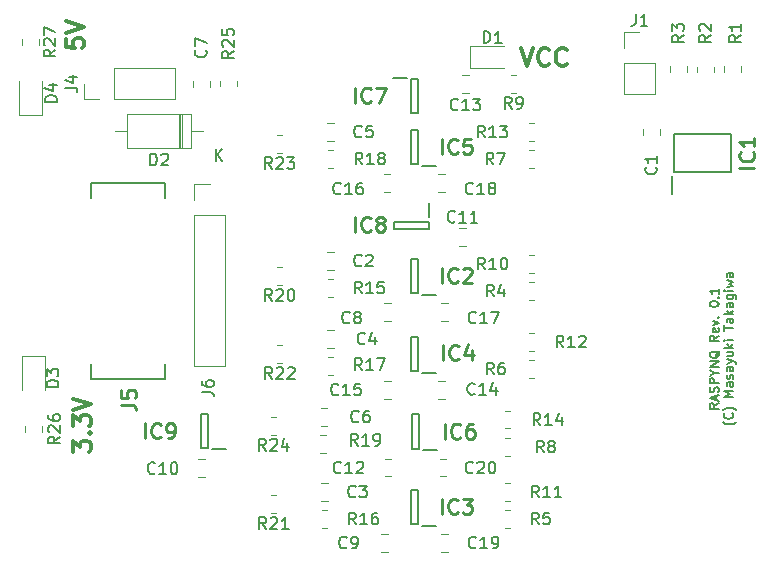
<source format=gto>
G04 #@! TF.GenerationSoftware,KiCad,Pcbnew,(6.0.1)*
G04 #@! TF.CreationDate,2022-02-21T00:55:15+09:00*
G04 #@! TF.ProjectId,KiCAD_jtag,4b694341-445f-46a7-9461-672e6b696361,rev?*
G04 #@! TF.SameCoordinates,Original*
G04 #@! TF.FileFunction,Legend,Top*
G04 #@! TF.FilePolarity,Positive*
%FSLAX46Y46*%
G04 Gerber Fmt 4.6, Leading zero omitted, Abs format (unit mm)*
G04 Created by KiCad (PCBNEW (6.0.1)) date 2022-02-21 00:55:15*
%MOMM*%
%LPD*%
G01*
G04 APERTURE LIST*
%ADD10C,0.152400*%
%ADD11C,0.300000*%
%ADD12C,0.150000*%
%ADD13C,0.254000*%
%ADD14C,0.120000*%
%ADD15C,0.200000*%
G04 APERTURE END LIST*
D10*
X260792904Y-135627228D02*
X260430047Y-135881228D01*
X260792904Y-136062657D02*
X260030904Y-136062657D01*
X260030904Y-135772371D01*
X260067190Y-135699800D01*
X260103475Y-135663514D01*
X260176047Y-135627228D01*
X260284904Y-135627228D01*
X260357475Y-135663514D01*
X260393761Y-135699800D01*
X260430047Y-135772371D01*
X260430047Y-136062657D01*
X260575190Y-135336942D02*
X260575190Y-134974085D01*
X260792904Y-135409514D02*
X260030904Y-135155514D01*
X260792904Y-134901514D01*
X260756618Y-134683800D02*
X260792904Y-134574942D01*
X260792904Y-134393514D01*
X260756618Y-134320942D01*
X260720332Y-134284657D01*
X260647761Y-134248371D01*
X260575190Y-134248371D01*
X260502618Y-134284657D01*
X260466332Y-134320942D01*
X260430047Y-134393514D01*
X260393761Y-134538657D01*
X260357475Y-134611228D01*
X260321190Y-134647514D01*
X260248618Y-134683800D01*
X260176047Y-134683800D01*
X260103475Y-134647514D01*
X260067190Y-134611228D01*
X260030904Y-134538657D01*
X260030904Y-134357228D01*
X260067190Y-134248371D01*
X260792904Y-133921800D02*
X260030904Y-133921800D01*
X260030904Y-133631514D01*
X260067190Y-133558942D01*
X260103475Y-133522657D01*
X260176047Y-133486371D01*
X260284904Y-133486371D01*
X260357475Y-133522657D01*
X260393761Y-133558942D01*
X260430047Y-133631514D01*
X260430047Y-133921800D01*
X260430047Y-133014657D02*
X260792904Y-133014657D01*
X260030904Y-133268657D02*
X260430047Y-133014657D01*
X260030904Y-132760657D01*
X260792904Y-132506657D02*
X260030904Y-132506657D01*
X260792904Y-132071228D01*
X260030904Y-132071228D01*
X260865475Y-131200371D02*
X260829190Y-131272942D01*
X260756618Y-131345514D01*
X260647761Y-131454371D01*
X260611475Y-131526942D01*
X260611475Y-131599514D01*
X260792904Y-131563228D02*
X260756618Y-131635800D01*
X260684047Y-131708371D01*
X260538904Y-131744657D01*
X260284904Y-131744657D01*
X260139761Y-131708371D01*
X260067190Y-131635800D01*
X260030904Y-131563228D01*
X260030904Y-131418085D01*
X260067190Y-131345514D01*
X260139761Y-131272942D01*
X260284904Y-131236657D01*
X260538904Y-131236657D01*
X260684047Y-131272942D01*
X260756618Y-131345514D01*
X260792904Y-131418085D01*
X260792904Y-131563228D01*
X260792904Y-129894085D02*
X260430047Y-130148085D01*
X260792904Y-130329514D02*
X260030904Y-130329514D01*
X260030904Y-130039228D01*
X260067190Y-129966657D01*
X260103475Y-129930371D01*
X260176047Y-129894085D01*
X260284904Y-129894085D01*
X260357475Y-129930371D01*
X260393761Y-129966657D01*
X260430047Y-130039228D01*
X260430047Y-130329514D01*
X260756618Y-129277228D02*
X260792904Y-129349800D01*
X260792904Y-129494942D01*
X260756618Y-129567514D01*
X260684047Y-129603800D01*
X260393761Y-129603800D01*
X260321190Y-129567514D01*
X260284904Y-129494942D01*
X260284904Y-129349800D01*
X260321190Y-129277228D01*
X260393761Y-129240942D01*
X260466332Y-129240942D01*
X260538904Y-129603800D01*
X260284904Y-128986942D02*
X260792904Y-128805514D01*
X260284904Y-128624085D01*
X260720332Y-128333800D02*
X260756618Y-128297514D01*
X260792904Y-128333800D01*
X260756618Y-128370085D01*
X260720332Y-128333800D01*
X260792904Y-128333800D01*
X260030904Y-127245228D02*
X260030904Y-127172657D01*
X260067190Y-127100085D01*
X260103475Y-127063800D01*
X260176047Y-127027514D01*
X260321190Y-126991228D01*
X260502618Y-126991228D01*
X260647761Y-127027514D01*
X260720332Y-127063800D01*
X260756618Y-127100085D01*
X260792904Y-127172657D01*
X260792904Y-127245228D01*
X260756618Y-127317800D01*
X260720332Y-127354085D01*
X260647761Y-127390371D01*
X260502618Y-127426657D01*
X260321190Y-127426657D01*
X260176047Y-127390371D01*
X260103475Y-127354085D01*
X260067190Y-127317800D01*
X260030904Y-127245228D01*
X260720332Y-126664657D02*
X260756618Y-126628371D01*
X260792904Y-126664657D01*
X260756618Y-126700942D01*
X260720332Y-126664657D01*
X260792904Y-126664657D01*
X260792904Y-125902657D02*
X260792904Y-126338085D01*
X260792904Y-126120371D02*
X260030904Y-126120371D01*
X260139761Y-126192942D01*
X260212332Y-126265514D01*
X260248618Y-126338085D01*
X262310010Y-137187514D02*
X262273724Y-137223800D01*
X262164867Y-137296371D01*
X262092295Y-137332657D01*
X261983438Y-137368942D01*
X261802010Y-137405228D01*
X261656867Y-137405228D01*
X261475438Y-137368942D01*
X261366581Y-137332657D01*
X261294010Y-137296371D01*
X261185152Y-137223800D01*
X261148867Y-137187514D01*
X261947152Y-136461800D02*
X261983438Y-136498085D01*
X262019724Y-136606942D01*
X262019724Y-136679514D01*
X261983438Y-136788371D01*
X261910867Y-136860942D01*
X261838295Y-136897228D01*
X261693152Y-136933514D01*
X261584295Y-136933514D01*
X261439152Y-136897228D01*
X261366581Y-136860942D01*
X261294010Y-136788371D01*
X261257724Y-136679514D01*
X261257724Y-136606942D01*
X261294010Y-136498085D01*
X261330295Y-136461800D01*
X262310010Y-136207800D02*
X262273724Y-136171514D01*
X262164867Y-136098942D01*
X262092295Y-136062657D01*
X261983438Y-136026371D01*
X261802010Y-135990085D01*
X261656867Y-135990085D01*
X261475438Y-136026371D01*
X261366581Y-136062657D01*
X261294010Y-136098942D01*
X261185152Y-136171514D01*
X261148867Y-136207800D01*
X262019724Y-135046657D02*
X261257724Y-135046657D01*
X261802010Y-134792657D01*
X261257724Y-134538657D01*
X262019724Y-134538657D01*
X262019724Y-133849228D02*
X261620581Y-133849228D01*
X261548010Y-133885514D01*
X261511724Y-133958085D01*
X261511724Y-134103228D01*
X261548010Y-134175800D01*
X261983438Y-133849228D02*
X262019724Y-133921800D01*
X262019724Y-134103228D01*
X261983438Y-134175800D01*
X261910867Y-134212085D01*
X261838295Y-134212085D01*
X261765724Y-134175800D01*
X261729438Y-134103228D01*
X261729438Y-133921800D01*
X261693152Y-133849228D01*
X261983438Y-133522657D02*
X262019724Y-133450085D01*
X262019724Y-133304942D01*
X261983438Y-133232371D01*
X261910867Y-133196085D01*
X261874581Y-133196085D01*
X261802010Y-133232371D01*
X261765724Y-133304942D01*
X261765724Y-133413800D01*
X261729438Y-133486371D01*
X261656867Y-133522657D01*
X261620581Y-133522657D01*
X261548010Y-133486371D01*
X261511724Y-133413800D01*
X261511724Y-133304942D01*
X261548010Y-133232371D01*
X262019724Y-132542942D02*
X261620581Y-132542942D01*
X261548010Y-132579228D01*
X261511724Y-132651800D01*
X261511724Y-132796942D01*
X261548010Y-132869514D01*
X261983438Y-132542942D02*
X262019724Y-132615514D01*
X262019724Y-132796942D01*
X261983438Y-132869514D01*
X261910867Y-132905800D01*
X261838295Y-132905800D01*
X261765724Y-132869514D01*
X261729438Y-132796942D01*
X261729438Y-132615514D01*
X261693152Y-132542942D01*
X261511724Y-132252657D02*
X262019724Y-132071228D01*
X261511724Y-131889800D02*
X262019724Y-132071228D01*
X262201152Y-132143800D01*
X262237438Y-132180085D01*
X262273724Y-132252657D01*
X261511724Y-131272942D02*
X262019724Y-131272942D01*
X261511724Y-131599514D02*
X261910867Y-131599514D01*
X261983438Y-131563228D01*
X262019724Y-131490657D01*
X262019724Y-131381800D01*
X261983438Y-131309228D01*
X261947152Y-131272942D01*
X262019724Y-130910085D02*
X261257724Y-130910085D01*
X261729438Y-130837514D02*
X262019724Y-130619800D01*
X261511724Y-130619800D02*
X261802010Y-130910085D01*
X262019724Y-130293228D02*
X261511724Y-130293228D01*
X261257724Y-130293228D02*
X261294010Y-130329514D01*
X261330295Y-130293228D01*
X261294010Y-130256942D01*
X261257724Y-130293228D01*
X261330295Y-130293228D01*
X261257724Y-129458657D02*
X261257724Y-129023228D01*
X262019724Y-129240942D02*
X261257724Y-129240942D01*
X262019724Y-128442657D02*
X261620581Y-128442657D01*
X261548010Y-128478942D01*
X261511724Y-128551514D01*
X261511724Y-128696657D01*
X261548010Y-128769228D01*
X261983438Y-128442657D02*
X262019724Y-128515228D01*
X262019724Y-128696657D01*
X261983438Y-128769228D01*
X261910867Y-128805514D01*
X261838295Y-128805514D01*
X261765724Y-128769228D01*
X261729438Y-128696657D01*
X261729438Y-128515228D01*
X261693152Y-128442657D01*
X262019724Y-128079800D02*
X261257724Y-128079800D01*
X261729438Y-128007228D02*
X262019724Y-127789514D01*
X261511724Y-127789514D02*
X261802010Y-128079800D01*
X262019724Y-127136371D02*
X261620581Y-127136371D01*
X261548010Y-127172657D01*
X261511724Y-127245228D01*
X261511724Y-127390371D01*
X261548010Y-127462942D01*
X261983438Y-127136371D02*
X262019724Y-127208942D01*
X262019724Y-127390371D01*
X261983438Y-127462942D01*
X261910867Y-127499228D01*
X261838295Y-127499228D01*
X261765724Y-127462942D01*
X261729438Y-127390371D01*
X261729438Y-127208942D01*
X261693152Y-127136371D01*
X261511724Y-126446942D02*
X262128581Y-126446942D01*
X262201152Y-126483228D01*
X262237438Y-126519514D01*
X262273724Y-126592085D01*
X262273724Y-126700942D01*
X262237438Y-126773514D01*
X261983438Y-126446942D02*
X262019724Y-126519514D01*
X262019724Y-126664657D01*
X261983438Y-126737228D01*
X261947152Y-126773514D01*
X261874581Y-126809800D01*
X261656867Y-126809800D01*
X261584295Y-126773514D01*
X261548010Y-126737228D01*
X261511724Y-126664657D01*
X261511724Y-126519514D01*
X261548010Y-126446942D01*
X262019724Y-126084085D02*
X261511724Y-126084085D01*
X261257724Y-126084085D02*
X261294010Y-126120371D01*
X261330295Y-126084085D01*
X261294010Y-126047800D01*
X261257724Y-126084085D01*
X261330295Y-126084085D01*
X261511724Y-125793800D02*
X262019724Y-125648657D01*
X261656867Y-125503514D01*
X262019724Y-125358371D01*
X261511724Y-125213228D01*
X262019724Y-124596371D02*
X261620581Y-124596371D01*
X261548010Y-124632657D01*
X261511724Y-124705228D01*
X261511724Y-124850371D01*
X261548010Y-124922942D01*
X261983438Y-124596371D02*
X262019724Y-124668942D01*
X262019724Y-124850371D01*
X261983438Y-124922942D01*
X261910867Y-124959228D01*
X261838295Y-124959228D01*
X261765724Y-124922942D01*
X261729438Y-124850371D01*
X261729438Y-124668942D01*
X261693152Y-124596371D01*
D11*
X244075600Y-105541371D02*
X244575600Y-107041371D01*
X245075600Y-105541371D01*
X246432742Y-106898514D02*
X246361314Y-106969942D01*
X246147028Y-107041371D01*
X246004171Y-107041371D01*
X245789885Y-106969942D01*
X245647028Y-106827085D01*
X245575600Y-106684228D01*
X245504171Y-106398514D01*
X245504171Y-106184228D01*
X245575600Y-105898514D01*
X245647028Y-105755657D01*
X245789885Y-105612800D01*
X246004171Y-105541371D01*
X246147028Y-105541371D01*
X246361314Y-105612800D01*
X246432742Y-105684228D01*
X247932742Y-106898514D02*
X247861314Y-106969942D01*
X247647028Y-107041371D01*
X247504171Y-107041371D01*
X247289885Y-106969942D01*
X247147028Y-106827085D01*
X247075600Y-106684228D01*
X247004171Y-106398514D01*
X247004171Y-106184228D01*
X247075600Y-105898514D01*
X247147028Y-105755657D01*
X247289885Y-105612800D01*
X247504171Y-105541371D01*
X247647028Y-105541371D01*
X247861314Y-105612800D01*
X247932742Y-105684228D01*
X205579371Y-104768914D02*
X205579371Y-105483200D01*
X206293657Y-105554628D01*
X206222228Y-105483200D01*
X206150800Y-105340342D01*
X206150800Y-104983200D01*
X206222228Y-104840342D01*
X206293657Y-104768914D01*
X206436514Y-104697485D01*
X206793657Y-104697485D01*
X206936514Y-104768914D01*
X207007942Y-104840342D01*
X207079371Y-104983200D01*
X207079371Y-105340342D01*
X207007942Y-105483200D01*
X206936514Y-105554628D01*
X205579371Y-104268914D02*
X207079371Y-103768914D01*
X205579371Y-103268914D01*
X206138171Y-139717485D02*
X206138171Y-138788914D01*
X206709600Y-139288914D01*
X206709600Y-139074628D01*
X206781028Y-138931771D01*
X206852457Y-138860342D01*
X206995314Y-138788914D01*
X207352457Y-138788914D01*
X207495314Y-138860342D01*
X207566742Y-138931771D01*
X207638171Y-139074628D01*
X207638171Y-139503200D01*
X207566742Y-139646057D01*
X207495314Y-139717485D01*
X207495314Y-138146057D02*
X207566742Y-138074628D01*
X207638171Y-138146057D01*
X207566742Y-138217485D01*
X207495314Y-138146057D01*
X207638171Y-138146057D01*
X206138171Y-137574628D02*
X206138171Y-136646057D01*
X206709600Y-137146057D01*
X206709600Y-136931771D01*
X206781028Y-136788914D01*
X206852457Y-136717485D01*
X206995314Y-136646057D01*
X207352457Y-136646057D01*
X207495314Y-136717485D01*
X207566742Y-136788914D01*
X207638171Y-136931771D01*
X207638171Y-137360342D01*
X207566742Y-137503200D01*
X207495314Y-137574628D01*
X206138171Y-136217485D02*
X207638171Y-135717485D01*
X206138171Y-135217485D01*
D12*
X245553333Y-145880380D02*
X245220000Y-145404190D01*
X244981904Y-145880380D02*
X244981904Y-144880380D01*
X245362857Y-144880380D01*
X245458095Y-144928000D01*
X245505714Y-144975619D01*
X245553333Y-145070857D01*
X245553333Y-145213714D01*
X245505714Y-145308952D01*
X245458095Y-145356571D01*
X245362857Y-145404190D01*
X244981904Y-145404190D01*
X246458095Y-144880380D02*
X245981904Y-144880380D01*
X245934285Y-145356571D01*
X245981904Y-145308952D01*
X246077142Y-145261333D01*
X246315238Y-145261333D01*
X246410476Y-145308952D01*
X246458095Y-145356571D01*
X246505714Y-145451809D01*
X246505714Y-145689904D01*
X246458095Y-145785142D01*
X246410476Y-145832761D01*
X246315238Y-145880380D01*
X246077142Y-145880380D01*
X245981904Y-145832761D01*
X245934285Y-145785142D01*
X262682380Y-104446666D02*
X262206190Y-104780000D01*
X262682380Y-105018095D02*
X261682380Y-105018095D01*
X261682380Y-104637142D01*
X261730000Y-104541904D01*
X261777619Y-104494285D01*
X261872857Y-104446666D01*
X262015714Y-104446666D01*
X262110952Y-104494285D01*
X262158571Y-104541904D01*
X262206190Y-104637142D01*
X262206190Y-105018095D01*
X262682380Y-103494285D02*
X262682380Y-104065714D01*
X262682380Y-103780000D02*
X261682380Y-103780000D01*
X261825238Y-103875238D01*
X261920476Y-103970476D01*
X261968095Y-104065714D01*
X205024380Y-138450857D02*
X204548190Y-138784190D01*
X205024380Y-139022285D02*
X204024380Y-139022285D01*
X204024380Y-138641333D01*
X204072000Y-138546095D01*
X204119619Y-138498476D01*
X204214857Y-138450857D01*
X204357714Y-138450857D01*
X204452952Y-138498476D01*
X204500571Y-138546095D01*
X204548190Y-138641333D01*
X204548190Y-139022285D01*
X204119619Y-138069904D02*
X204072000Y-138022285D01*
X204024380Y-137927047D01*
X204024380Y-137688952D01*
X204072000Y-137593714D01*
X204119619Y-137546095D01*
X204214857Y-137498476D01*
X204310095Y-137498476D01*
X204452952Y-137546095D01*
X205024380Y-138117523D01*
X205024380Y-137498476D01*
X204024380Y-136641333D02*
X204024380Y-136831809D01*
X204072000Y-136927047D01*
X204119619Y-136974666D01*
X204262476Y-137069904D01*
X204452952Y-137117523D01*
X204833904Y-137117523D01*
X204929142Y-137069904D01*
X204976761Y-137022285D01*
X205024380Y-136927047D01*
X205024380Y-136736571D01*
X204976761Y-136641333D01*
X204929142Y-136593714D01*
X204833904Y-136546095D01*
X204595809Y-136546095D01*
X204500571Y-136593714D01*
X204452952Y-136641333D01*
X204405333Y-136736571D01*
X204405333Y-136927047D01*
X204452952Y-137022285D01*
X204500571Y-137069904D01*
X204595809Y-137117523D01*
X245985133Y-139784380D02*
X245651800Y-139308190D01*
X245413704Y-139784380D02*
X245413704Y-138784380D01*
X245794657Y-138784380D01*
X245889895Y-138832000D01*
X245937514Y-138879619D01*
X245985133Y-138974857D01*
X245985133Y-139117714D01*
X245937514Y-139212952D01*
X245889895Y-139260571D01*
X245794657Y-139308190D01*
X245413704Y-139308190D01*
X246556561Y-139212952D02*
X246461323Y-139165333D01*
X246413704Y-139117714D01*
X246366085Y-139022476D01*
X246366085Y-138974857D01*
X246413704Y-138879619D01*
X246461323Y-138832000D01*
X246556561Y-138784380D01*
X246747038Y-138784380D01*
X246842276Y-138832000D01*
X246889895Y-138879619D01*
X246937514Y-138974857D01*
X246937514Y-139022476D01*
X246889895Y-139117714D01*
X246842276Y-139165333D01*
X246747038Y-139212952D01*
X246556561Y-139212952D01*
X246461323Y-139260571D01*
X246413704Y-139308190D01*
X246366085Y-139403428D01*
X246366085Y-139593904D01*
X246413704Y-139689142D01*
X246461323Y-139736761D01*
X246556561Y-139784380D01*
X246747038Y-139784380D01*
X246842276Y-139736761D01*
X246889895Y-139689142D01*
X246937514Y-139593904D01*
X246937514Y-139403428D01*
X246889895Y-139308190D01*
X246842276Y-139260571D01*
X246747038Y-139212952D01*
D13*
X237368238Y-144986523D02*
X237368238Y-143716523D01*
X238698714Y-144865571D02*
X238638238Y-144926047D01*
X238456809Y-144986523D01*
X238335857Y-144986523D01*
X238154428Y-144926047D01*
X238033476Y-144805095D01*
X237973000Y-144684142D01*
X237912523Y-144442238D01*
X237912523Y-144260809D01*
X237973000Y-144018904D01*
X238033476Y-143897952D01*
X238154428Y-143777000D01*
X238335857Y-143716523D01*
X238456809Y-143716523D01*
X238638238Y-143777000D01*
X238698714Y-143837476D01*
X239122047Y-143716523D02*
X239908238Y-143716523D01*
X239484904Y-144200333D01*
X239666333Y-144200333D01*
X239787285Y-144260809D01*
X239847761Y-144321285D01*
X239908238Y-144442238D01*
X239908238Y-144744619D01*
X239847761Y-144865571D01*
X239787285Y-144926047D01*
X239666333Y-144986523D01*
X239303476Y-144986523D01*
X239182523Y-144926047D01*
X239122047Y-144865571D01*
D12*
X222487142Y-146260380D02*
X222153809Y-145784190D01*
X221915714Y-146260380D02*
X221915714Y-145260380D01*
X222296666Y-145260380D01*
X222391904Y-145308000D01*
X222439523Y-145355619D01*
X222487142Y-145450857D01*
X222487142Y-145593714D01*
X222439523Y-145688952D01*
X222391904Y-145736571D01*
X222296666Y-145784190D01*
X221915714Y-145784190D01*
X222868095Y-145355619D02*
X222915714Y-145308000D01*
X223010952Y-145260380D01*
X223249047Y-145260380D01*
X223344285Y-145308000D01*
X223391904Y-145355619D01*
X223439523Y-145450857D01*
X223439523Y-145546095D01*
X223391904Y-145688952D01*
X222820476Y-146260380D01*
X223439523Y-146260380D01*
X224391904Y-146260380D02*
X223820476Y-146260380D01*
X224106190Y-146260380D02*
X224106190Y-145260380D01*
X224010952Y-145403238D01*
X223915714Y-145498476D01*
X223820476Y-145546095D01*
X204896380Y-134228095D02*
X203896380Y-134228095D01*
X203896380Y-133990000D01*
X203944000Y-133847142D01*
X204039238Y-133751904D01*
X204134476Y-133704285D01*
X204324952Y-133656666D01*
X204467809Y-133656666D01*
X204658285Y-133704285D01*
X204753523Y-133751904D01*
X204848761Y-133847142D01*
X204896380Y-133990000D01*
X204896380Y-134228095D01*
X203896380Y-133323333D02*
X203896380Y-132704285D01*
X204277333Y-133037619D01*
X204277333Y-132894761D01*
X204324952Y-132799523D01*
X204372571Y-132751904D01*
X204467809Y-132704285D01*
X204705904Y-132704285D01*
X204801142Y-132751904D01*
X204848761Y-132799523D01*
X204896380Y-132894761D01*
X204896380Y-133180476D01*
X204848761Y-133275714D01*
X204801142Y-133323333D01*
X230636642Y-115400380D02*
X230303309Y-114924190D01*
X230065214Y-115400380D02*
X230065214Y-114400380D01*
X230446166Y-114400380D01*
X230541404Y-114448000D01*
X230589023Y-114495619D01*
X230636642Y-114590857D01*
X230636642Y-114733714D01*
X230589023Y-114828952D01*
X230541404Y-114876571D01*
X230446166Y-114924190D01*
X230065214Y-114924190D01*
X231589023Y-115400380D02*
X231017595Y-115400380D01*
X231303309Y-115400380D02*
X231303309Y-114400380D01*
X231208071Y-114543238D01*
X231112833Y-114638476D01*
X231017595Y-114686095D01*
X232160452Y-114828952D02*
X232065214Y-114781333D01*
X232017595Y-114733714D01*
X231969976Y-114638476D01*
X231969976Y-114590857D01*
X232017595Y-114495619D01*
X232065214Y-114448000D01*
X232160452Y-114400380D01*
X232350928Y-114400380D01*
X232446166Y-114448000D01*
X232493785Y-114495619D01*
X232541404Y-114590857D01*
X232541404Y-114638476D01*
X232493785Y-114733714D01*
X232446166Y-114781333D01*
X232350928Y-114828952D01*
X232160452Y-114828952D01*
X232065214Y-114876571D01*
X232017595Y-114924190D01*
X231969976Y-115019428D01*
X231969976Y-115209904D01*
X232017595Y-115305142D01*
X232065214Y-115352761D01*
X232160452Y-115400380D01*
X232350928Y-115400380D01*
X232446166Y-115352761D01*
X232493785Y-115305142D01*
X232541404Y-115209904D01*
X232541404Y-115019428D01*
X232493785Y-114924190D01*
X232446166Y-114876571D01*
X232350928Y-114828952D01*
X230567333Y-113019142D02*
X230519714Y-113066761D01*
X230376857Y-113114380D01*
X230281619Y-113114380D01*
X230138761Y-113066761D01*
X230043523Y-112971523D01*
X229995904Y-112876285D01*
X229948285Y-112685809D01*
X229948285Y-112542952D01*
X229995904Y-112352476D01*
X230043523Y-112257238D01*
X230138761Y-112162000D01*
X230281619Y-112114380D01*
X230376857Y-112114380D01*
X230519714Y-112162000D01*
X230567333Y-112209619D01*
X231472095Y-112114380D02*
X230995904Y-112114380D01*
X230948285Y-112590571D01*
X230995904Y-112542952D01*
X231091142Y-112495333D01*
X231329238Y-112495333D01*
X231424476Y-112542952D01*
X231472095Y-112590571D01*
X231519714Y-112685809D01*
X231519714Y-112923904D01*
X231472095Y-113019142D01*
X231424476Y-113066761D01*
X231329238Y-113114380D01*
X231091142Y-113114380D01*
X230995904Y-113066761D01*
X230948285Y-113019142D01*
X217042980Y-134663933D02*
X217757266Y-134663933D01*
X217900123Y-134711552D01*
X217995361Y-134806790D01*
X218042980Y-134949647D01*
X218042980Y-135044885D01*
X217042980Y-133759171D02*
X217042980Y-133949647D01*
X217090600Y-134044885D01*
X217138219Y-134092504D01*
X217281076Y-134187742D01*
X217471552Y-134235361D01*
X217852504Y-134235361D01*
X217947742Y-134187742D01*
X217995361Y-134140123D01*
X218042980Y-134044885D01*
X218042980Y-133854409D01*
X217995361Y-133759171D01*
X217947742Y-133711552D01*
X217852504Y-133663933D01*
X217614409Y-133663933D01*
X217519171Y-133711552D01*
X217471552Y-133759171D01*
X217423933Y-133854409D01*
X217423933Y-134044885D01*
X217471552Y-134140123D01*
X217519171Y-134187742D01*
X217614409Y-134235361D01*
X243267333Y-110700380D02*
X242934000Y-110224190D01*
X242695904Y-110700380D02*
X242695904Y-109700380D01*
X243076857Y-109700380D01*
X243172095Y-109748000D01*
X243219714Y-109795619D01*
X243267333Y-109890857D01*
X243267333Y-110033714D01*
X243219714Y-110128952D01*
X243172095Y-110176571D01*
X243076857Y-110224190D01*
X242695904Y-110224190D01*
X243743523Y-110700380D02*
X243934000Y-110700380D01*
X244029238Y-110652761D01*
X244076857Y-110605142D01*
X244172095Y-110462285D01*
X244219714Y-110271809D01*
X244219714Y-109890857D01*
X244172095Y-109795619D01*
X244124476Y-109748000D01*
X244029238Y-109700380D01*
X243838761Y-109700380D01*
X243743523Y-109748000D01*
X243695904Y-109795619D01*
X243648285Y-109890857D01*
X243648285Y-110128952D01*
X243695904Y-110224190D01*
X243743523Y-110271809D01*
X243838761Y-110319428D01*
X244029238Y-110319428D01*
X244124476Y-110271809D01*
X244172095Y-110224190D01*
X244219714Y-110128952D01*
X260142380Y-104446666D02*
X259666190Y-104780000D01*
X260142380Y-105018095D02*
X259142380Y-105018095D01*
X259142380Y-104637142D01*
X259190000Y-104541904D01*
X259237619Y-104494285D01*
X259332857Y-104446666D01*
X259475714Y-104446666D01*
X259570952Y-104494285D01*
X259618571Y-104541904D01*
X259666190Y-104637142D01*
X259666190Y-105018095D01*
X259237619Y-104065714D02*
X259190000Y-104018095D01*
X259142380Y-103922857D01*
X259142380Y-103684761D01*
X259190000Y-103589523D01*
X259237619Y-103541904D01*
X259332857Y-103494285D01*
X259428095Y-103494285D01*
X259570952Y-103541904D01*
X260142380Y-104113333D01*
X260142380Y-103494285D01*
D13*
X237368238Y-125428523D02*
X237368238Y-124158523D01*
X238698714Y-125307571D02*
X238638238Y-125368047D01*
X238456809Y-125428523D01*
X238335857Y-125428523D01*
X238154428Y-125368047D01*
X238033476Y-125247095D01*
X237973000Y-125126142D01*
X237912523Y-124884238D01*
X237912523Y-124702809D01*
X237973000Y-124460904D01*
X238033476Y-124339952D01*
X238154428Y-124219000D01*
X238335857Y-124158523D01*
X238456809Y-124158523D01*
X238638238Y-124219000D01*
X238698714Y-124279476D01*
X239182523Y-124279476D02*
X239243000Y-124219000D01*
X239363952Y-124158523D01*
X239666333Y-124158523D01*
X239787285Y-124219000D01*
X239847761Y-124279476D01*
X239908238Y-124400428D01*
X239908238Y-124521380D01*
X239847761Y-124702809D01*
X239122047Y-125428523D01*
X239908238Y-125428523D01*
D12*
X255475142Y-115622666D02*
X255522761Y-115670285D01*
X255570380Y-115813142D01*
X255570380Y-115908380D01*
X255522761Y-116051238D01*
X255427523Y-116146476D01*
X255332285Y-116194095D01*
X255141809Y-116241714D01*
X254998952Y-116241714D01*
X254808476Y-116194095D01*
X254713238Y-116146476D01*
X254618000Y-116051238D01*
X254570380Y-115908380D01*
X254570380Y-115813142D01*
X254618000Y-115670285D01*
X254665619Y-115622666D01*
X255570380Y-114670285D02*
X255570380Y-115241714D01*
X255570380Y-114956000D02*
X254570380Y-114956000D01*
X254713238Y-115051238D01*
X254808476Y-115146476D01*
X254856095Y-115241714D01*
X230059333Y-143499142D02*
X230011714Y-143546761D01*
X229868857Y-143594380D01*
X229773619Y-143594380D01*
X229630761Y-143546761D01*
X229535523Y-143451523D01*
X229487904Y-143356285D01*
X229440285Y-143165809D01*
X229440285Y-143022952D01*
X229487904Y-142832476D01*
X229535523Y-142737238D01*
X229630761Y-142642000D01*
X229773619Y-142594380D01*
X229868857Y-142594380D01*
X230011714Y-142642000D01*
X230059333Y-142689619D01*
X230392666Y-142594380D02*
X231011714Y-142594380D01*
X230678380Y-142975333D01*
X230821238Y-142975333D01*
X230916476Y-143022952D01*
X230964095Y-143070571D01*
X231011714Y-143165809D01*
X231011714Y-143403904D01*
X230964095Y-143499142D01*
X230916476Y-143546761D01*
X230821238Y-143594380D01*
X230535523Y-143594380D01*
X230440285Y-143546761D01*
X230392666Y-143499142D01*
X247658542Y-130894380D02*
X247325209Y-130418190D01*
X247087114Y-130894380D02*
X247087114Y-129894380D01*
X247468066Y-129894380D01*
X247563304Y-129942000D01*
X247610923Y-129989619D01*
X247658542Y-130084857D01*
X247658542Y-130227714D01*
X247610923Y-130322952D01*
X247563304Y-130370571D01*
X247468066Y-130418190D01*
X247087114Y-130418190D01*
X248610923Y-130894380D02*
X248039495Y-130894380D01*
X248325209Y-130894380D02*
X248325209Y-129894380D01*
X248229971Y-130037238D01*
X248134733Y-130132476D01*
X248039495Y-130180095D01*
X248991876Y-129989619D02*
X249039495Y-129942000D01*
X249134733Y-129894380D01*
X249372828Y-129894380D01*
X249468066Y-129942000D01*
X249515685Y-129989619D01*
X249563304Y-130084857D01*
X249563304Y-130180095D01*
X249515685Y-130322952D01*
X248944257Y-130894380D01*
X249563304Y-130894380D01*
X241743333Y-133180380D02*
X241410000Y-132704190D01*
X241171904Y-133180380D02*
X241171904Y-132180380D01*
X241552857Y-132180380D01*
X241648095Y-132228000D01*
X241695714Y-132275619D01*
X241743333Y-132370857D01*
X241743333Y-132513714D01*
X241695714Y-132608952D01*
X241648095Y-132656571D01*
X241552857Y-132704190D01*
X241171904Y-132704190D01*
X242600476Y-132180380D02*
X242410000Y-132180380D01*
X242314761Y-132228000D01*
X242267142Y-132275619D01*
X242171904Y-132418476D01*
X242124285Y-132608952D01*
X242124285Y-132989904D01*
X242171904Y-133085142D01*
X242219523Y-133132761D01*
X242314761Y-133180380D01*
X242505238Y-133180380D01*
X242600476Y-133132761D01*
X242648095Y-133085142D01*
X242695714Y-132989904D01*
X242695714Y-132751809D01*
X242648095Y-132656571D01*
X242600476Y-132608952D01*
X242505238Y-132561333D01*
X242314761Y-132561333D01*
X242219523Y-132608952D01*
X242171904Y-132656571D01*
X242124285Y-132751809D01*
X228799642Y-117845142D02*
X228752023Y-117892761D01*
X228609166Y-117940380D01*
X228513928Y-117940380D01*
X228371071Y-117892761D01*
X228275833Y-117797523D01*
X228228214Y-117702285D01*
X228180595Y-117511809D01*
X228180595Y-117368952D01*
X228228214Y-117178476D01*
X228275833Y-117083238D01*
X228371071Y-116988000D01*
X228513928Y-116940380D01*
X228609166Y-116940380D01*
X228752023Y-116988000D01*
X228799642Y-117035619D01*
X229752023Y-117940380D02*
X229180595Y-117940380D01*
X229466309Y-117940380D02*
X229466309Y-116940380D01*
X229371071Y-117083238D01*
X229275833Y-117178476D01*
X229180595Y-117226095D01*
X230609166Y-116940380D02*
X230418690Y-116940380D01*
X230323452Y-116988000D01*
X230275833Y-117035619D01*
X230180595Y-117178476D01*
X230132976Y-117368952D01*
X230132976Y-117749904D01*
X230180595Y-117845142D01*
X230228214Y-117892761D01*
X230323452Y-117940380D01*
X230513928Y-117940380D01*
X230609166Y-117892761D01*
X230656785Y-117845142D01*
X230704404Y-117749904D01*
X230704404Y-117511809D01*
X230656785Y-117416571D01*
X230609166Y-117368952D01*
X230513928Y-117321333D01*
X230323452Y-117321333D01*
X230228214Y-117368952D01*
X230180595Y-117416571D01*
X230132976Y-117511809D01*
X217363542Y-105719066D02*
X217411161Y-105766685D01*
X217458780Y-105909542D01*
X217458780Y-106004780D01*
X217411161Y-106147638D01*
X217315923Y-106242876D01*
X217220685Y-106290495D01*
X217030209Y-106338114D01*
X216887352Y-106338114D01*
X216696876Y-106290495D01*
X216601638Y-106242876D01*
X216506400Y-106147638D01*
X216458780Y-106004780D01*
X216458780Y-105909542D01*
X216506400Y-105766685D01*
X216554019Y-105719066D01*
X216458780Y-105385733D02*
X216458780Y-104719066D01*
X217458780Y-105147638D01*
D13*
X212222238Y-138570523D02*
X212222238Y-137300523D01*
X213552714Y-138449571D02*
X213492238Y-138510047D01*
X213310809Y-138570523D01*
X213189857Y-138570523D01*
X213008428Y-138510047D01*
X212887476Y-138389095D01*
X212827000Y-138268142D01*
X212766523Y-138026238D01*
X212766523Y-137844809D01*
X212827000Y-137602904D01*
X212887476Y-137481952D01*
X213008428Y-137361000D01*
X213189857Y-137300523D01*
X213310809Y-137300523D01*
X213492238Y-137361000D01*
X213552714Y-137421476D01*
X214157476Y-138570523D02*
X214399380Y-138570523D01*
X214520333Y-138510047D01*
X214580809Y-138449571D01*
X214701761Y-138268142D01*
X214762238Y-138026238D01*
X214762238Y-137542428D01*
X214701761Y-137421476D01*
X214641285Y-137361000D01*
X214520333Y-137300523D01*
X214278428Y-137300523D01*
X214157476Y-137361000D01*
X214097000Y-137421476D01*
X214036523Y-137542428D01*
X214036523Y-137844809D01*
X214097000Y-137965761D01*
X214157476Y-138026238D01*
X214278428Y-138086714D01*
X214520333Y-138086714D01*
X214641285Y-138026238D01*
X214701761Y-137965761D01*
X214762238Y-137844809D01*
D12*
X240251142Y-147817142D02*
X240203523Y-147864761D01*
X240060666Y-147912380D01*
X239965428Y-147912380D01*
X239822571Y-147864761D01*
X239727333Y-147769523D01*
X239679714Y-147674285D01*
X239632095Y-147483809D01*
X239632095Y-147340952D01*
X239679714Y-147150476D01*
X239727333Y-147055238D01*
X239822571Y-146960000D01*
X239965428Y-146912380D01*
X240060666Y-146912380D01*
X240203523Y-146960000D01*
X240251142Y-147007619D01*
X241203523Y-147912380D02*
X240632095Y-147912380D01*
X240917809Y-147912380D02*
X240917809Y-146912380D01*
X240822571Y-147055238D01*
X240727333Y-147150476D01*
X240632095Y-147198095D01*
X241679714Y-147912380D02*
X241870190Y-147912380D01*
X241965428Y-147864761D01*
X242013047Y-147817142D01*
X242108285Y-147674285D01*
X242155904Y-147483809D01*
X242155904Y-147102857D01*
X242108285Y-147007619D01*
X242060666Y-146960000D01*
X241965428Y-146912380D01*
X241774952Y-146912380D01*
X241679714Y-146960000D01*
X241632095Y-147007619D01*
X241584476Y-147102857D01*
X241584476Y-147340952D01*
X241632095Y-147436190D01*
X241679714Y-147483809D01*
X241774952Y-147531428D01*
X241965428Y-147531428D01*
X242060666Y-147483809D01*
X242108285Y-147436190D01*
X242155904Y-147340952D01*
X239997142Y-141467142D02*
X239949523Y-141514761D01*
X239806666Y-141562380D01*
X239711428Y-141562380D01*
X239568571Y-141514761D01*
X239473333Y-141419523D01*
X239425714Y-141324285D01*
X239378095Y-141133809D01*
X239378095Y-140990952D01*
X239425714Y-140800476D01*
X239473333Y-140705238D01*
X239568571Y-140610000D01*
X239711428Y-140562380D01*
X239806666Y-140562380D01*
X239949523Y-140610000D01*
X239997142Y-140657619D01*
X240378095Y-140657619D02*
X240425714Y-140610000D01*
X240520952Y-140562380D01*
X240759047Y-140562380D01*
X240854285Y-140610000D01*
X240901904Y-140657619D01*
X240949523Y-140752857D01*
X240949523Y-140848095D01*
X240901904Y-140990952D01*
X240330476Y-141562380D01*
X240949523Y-141562380D01*
X241568571Y-140562380D02*
X241663809Y-140562380D01*
X241759047Y-140610000D01*
X241806666Y-140657619D01*
X241854285Y-140752857D01*
X241901904Y-140943333D01*
X241901904Y-141181428D01*
X241854285Y-141371904D01*
X241806666Y-141467142D01*
X241759047Y-141514761D01*
X241663809Y-141562380D01*
X241568571Y-141562380D01*
X241473333Y-141514761D01*
X241425714Y-141467142D01*
X241378095Y-141371904D01*
X241330476Y-141181428D01*
X241330476Y-140943333D01*
X241378095Y-140752857D01*
X241425714Y-140657619D01*
X241473333Y-140610000D01*
X241568571Y-140562380D01*
D13*
X237601238Y-138618923D02*
X237601238Y-137348923D01*
X238931714Y-138497971D02*
X238871238Y-138558447D01*
X238689809Y-138618923D01*
X238568857Y-138618923D01*
X238387428Y-138558447D01*
X238266476Y-138437495D01*
X238206000Y-138316542D01*
X238145523Y-138074638D01*
X238145523Y-137893209D01*
X238206000Y-137651304D01*
X238266476Y-137530352D01*
X238387428Y-137409400D01*
X238568857Y-137348923D01*
X238689809Y-137348923D01*
X238871238Y-137409400D01*
X238931714Y-137469876D01*
X240020285Y-137348923D02*
X239778380Y-137348923D01*
X239657428Y-137409400D01*
X239596952Y-137469876D01*
X239476000Y-137651304D01*
X239415523Y-137893209D01*
X239415523Y-138377019D01*
X239476000Y-138497971D01*
X239536476Y-138558447D01*
X239657428Y-138618923D01*
X239899333Y-138618923D01*
X240020285Y-138558447D01*
X240080761Y-138497971D01*
X240141238Y-138377019D01*
X240141238Y-138074638D01*
X240080761Y-137953685D01*
X240020285Y-137893209D01*
X239899333Y-137832733D01*
X239657428Y-137832733D01*
X239536476Y-137893209D01*
X239476000Y-137953685D01*
X239415523Y-138074638D01*
D12*
X228617942Y-134863142D02*
X228570323Y-134910761D01*
X228427466Y-134958380D01*
X228332228Y-134958380D01*
X228189371Y-134910761D01*
X228094133Y-134815523D01*
X228046514Y-134720285D01*
X227998895Y-134529809D01*
X227998895Y-134386952D01*
X228046514Y-134196476D01*
X228094133Y-134101238D01*
X228189371Y-134006000D01*
X228332228Y-133958380D01*
X228427466Y-133958380D01*
X228570323Y-134006000D01*
X228617942Y-134053619D01*
X229570323Y-134958380D02*
X228998895Y-134958380D01*
X229284609Y-134958380D02*
X229284609Y-133958380D01*
X229189371Y-134101238D01*
X229094133Y-134196476D01*
X228998895Y-134244095D01*
X230475085Y-133958380D02*
X229998895Y-133958380D01*
X229951276Y-134434571D01*
X229998895Y-134386952D01*
X230094133Y-134339333D01*
X230332228Y-134339333D01*
X230427466Y-134386952D01*
X230475085Y-134434571D01*
X230522704Y-134529809D01*
X230522704Y-134767904D01*
X230475085Y-134863142D01*
X230427466Y-134910761D01*
X230332228Y-134958380D01*
X230094133Y-134958380D01*
X229998895Y-134910761D01*
X229951276Y-134863142D01*
X230243542Y-139200180D02*
X229910209Y-138723990D01*
X229672114Y-139200180D02*
X229672114Y-138200180D01*
X230053066Y-138200180D01*
X230148304Y-138247800D01*
X230195923Y-138295419D01*
X230243542Y-138390657D01*
X230243542Y-138533514D01*
X230195923Y-138628752D01*
X230148304Y-138676371D01*
X230053066Y-138723990D01*
X229672114Y-138723990D01*
X231195923Y-139200180D02*
X230624495Y-139200180D01*
X230910209Y-139200180D02*
X230910209Y-138200180D01*
X230814971Y-138343038D01*
X230719733Y-138438276D01*
X230624495Y-138485895D01*
X231672114Y-139200180D02*
X231862590Y-139200180D01*
X231957828Y-139152561D01*
X232005447Y-139104942D01*
X232100685Y-138962085D01*
X232148304Y-138771609D01*
X232148304Y-138390657D01*
X232100685Y-138295419D01*
X232053066Y-138247800D01*
X231957828Y-138200180D01*
X231767352Y-138200180D01*
X231672114Y-138247800D01*
X231624495Y-138295419D01*
X231576876Y-138390657D01*
X231576876Y-138628752D01*
X231624495Y-138723990D01*
X231672114Y-138771609D01*
X231767352Y-138819228D01*
X231957828Y-138819228D01*
X232053066Y-138771609D01*
X232100685Y-138723990D01*
X232148304Y-138628752D01*
X230313333Y-137149142D02*
X230265714Y-137196761D01*
X230122857Y-137244380D01*
X230027619Y-137244380D01*
X229884761Y-137196761D01*
X229789523Y-137101523D01*
X229741904Y-137006285D01*
X229694285Y-136815809D01*
X229694285Y-136672952D01*
X229741904Y-136482476D01*
X229789523Y-136387238D01*
X229884761Y-136292000D01*
X230027619Y-136244380D01*
X230122857Y-136244380D01*
X230265714Y-136292000D01*
X230313333Y-136339619D01*
X231170476Y-136244380D02*
X230980000Y-136244380D01*
X230884761Y-136292000D01*
X230837142Y-136339619D01*
X230741904Y-136482476D01*
X230694285Y-136672952D01*
X230694285Y-137053904D01*
X230741904Y-137149142D01*
X230789523Y-137196761D01*
X230884761Y-137244380D01*
X231075238Y-137244380D01*
X231170476Y-137196761D01*
X231218095Y-137149142D01*
X231265714Y-137053904D01*
X231265714Y-136815809D01*
X231218095Y-136720571D01*
X231170476Y-136672952D01*
X231075238Y-136625333D01*
X230884761Y-136625333D01*
X230789523Y-136672952D01*
X230741904Y-136720571D01*
X230694285Y-136815809D01*
X241743333Y-126576380D02*
X241410000Y-126100190D01*
X241171904Y-126576380D02*
X241171904Y-125576380D01*
X241552857Y-125576380D01*
X241648095Y-125624000D01*
X241695714Y-125671619D01*
X241743333Y-125766857D01*
X241743333Y-125909714D01*
X241695714Y-126004952D01*
X241648095Y-126052571D01*
X241552857Y-126100190D01*
X241171904Y-126100190D01*
X242600476Y-125909714D02*
X242600476Y-126576380D01*
X242362380Y-125528761D02*
X242124285Y-126243047D01*
X242743333Y-126243047D01*
X230850633Y-130545142D02*
X230803014Y-130592761D01*
X230660157Y-130640380D01*
X230564919Y-130640380D01*
X230422061Y-130592761D01*
X230326823Y-130497523D01*
X230279204Y-130402285D01*
X230231585Y-130211809D01*
X230231585Y-130068952D01*
X230279204Y-129878476D01*
X230326823Y-129783238D01*
X230422061Y-129688000D01*
X230564919Y-129640380D01*
X230660157Y-129640380D01*
X230803014Y-129688000D01*
X230850633Y-129735619D01*
X231707776Y-129973714D02*
X231707776Y-130640380D01*
X231469680Y-129592761D02*
X231231585Y-130307047D01*
X231850633Y-130307047D01*
X245585142Y-143594380D02*
X245251809Y-143118190D01*
X245013714Y-143594380D02*
X245013714Y-142594380D01*
X245394666Y-142594380D01*
X245489904Y-142642000D01*
X245537523Y-142689619D01*
X245585142Y-142784857D01*
X245585142Y-142927714D01*
X245537523Y-143022952D01*
X245489904Y-143070571D01*
X245394666Y-143118190D01*
X245013714Y-143118190D01*
X246537523Y-143594380D02*
X245966095Y-143594380D01*
X246251809Y-143594380D02*
X246251809Y-142594380D01*
X246156571Y-142737238D01*
X246061333Y-142832476D01*
X245966095Y-142880095D01*
X247489904Y-143594380D02*
X246918476Y-143594380D01*
X247204190Y-143594380D02*
X247204190Y-142594380D01*
X247108952Y-142737238D01*
X247013714Y-142832476D01*
X246918476Y-142880095D01*
X205501180Y-108895933D02*
X206215466Y-108895933D01*
X206358323Y-108943552D01*
X206453561Y-109038790D01*
X206501180Y-109181647D01*
X206501180Y-109276885D01*
X205834514Y-107991171D02*
X206501180Y-107991171D01*
X205453561Y-108229266D02*
X206167847Y-108467361D01*
X206167847Y-107848314D01*
X257856380Y-104446666D02*
X257380190Y-104780000D01*
X257856380Y-105018095D02*
X256856380Y-105018095D01*
X256856380Y-104637142D01*
X256904000Y-104541904D01*
X256951619Y-104494285D01*
X257046857Y-104446666D01*
X257189714Y-104446666D01*
X257284952Y-104494285D01*
X257332571Y-104541904D01*
X257380190Y-104637142D01*
X257380190Y-105018095D01*
X256856380Y-104113333D02*
X256856380Y-103494285D01*
X257237333Y-103827619D01*
X257237333Y-103684761D01*
X257284952Y-103589523D01*
X257332571Y-103541904D01*
X257427809Y-103494285D01*
X257665904Y-103494285D01*
X257761142Y-103541904D01*
X257808761Y-103589523D01*
X257856380Y-103684761D01*
X257856380Y-103970476D01*
X257808761Y-104065714D01*
X257761142Y-104113333D01*
D13*
X263820523Y-115679761D02*
X262550523Y-115679761D01*
X263699571Y-114349285D02*
X263760047Y-114409761D01*
X263820523Y-114591190D01*
X263820523Y-114712142D01*
X263760047Y-114893571D01*
X263639095Y-115014523D01*
X263518142Y-115075000D01*
X263276238Y-115135476D01*
X263094809Y-115135476D01*
X262852904Y-115075000D01*
X262731952Y-115014523D01*
X262611000Y-114893571D01*
X262550523Y-114712142D01*
X262550523Y-114591190D01*
X262611000Y-114409761D01*
X262671476Y-114349285D01*
X263820523Y-113139761D02*
X263820523Y-113865476D01*
X263820523Y-113502619D02*
X262550523Y-113502619D01*
X262731952Y-113623571D01*
X262852904Y-113744523D01*
X262913380Y-113865476D01*
D12*
X241727333Y-115400380D02*
X241394000Y-114924190D01*
X241155904Y-115400380D02*
X241155904Y-114400380D01*
X241536857Y-114400380D01*
X241632095Y-114448000D01*
X241679714Y-114495619D01*
X241727333Y-114590857D01*
X241727333Y-114733714D01*
X241679714Y-114828952D01*
X241632095Y-114876571D01*
X241536857Y-114924190D01*
X241155904Y-114924190D01*
X242060666Y-114400380D02*
X242727333Y-114400380D01*
X242298761Y-115400380D01*
X230583142Y-126322380D02*
X230249809Y-125846190D01*
X230011714Y-126322380D02*
X230011714Y-125322380D01*
X230392666Y-125322380D01*
X230487904Y-125370000D01*
X230535523Y-125417619D01*
X230583142Y-125512857D01*
X230583142Y-125655714D01*
X230535523Y-125750952D01*
X230487904Y-125798571D01*
X230392666Y-125846190D01*
X230011714Y-125846190D01*
X231535523Y-126322380D02*
X230964095Y-126322380D01*
X231249809Y-126322380D02*
X231249809Y-125322380D01*
X231154571Y-125465238D01*
X231059333Y-125560476D01*
X230964095Y-125608095D01*
X232440285Y-125322380D02*
X231964095Y-125322380D01*
X231916476Y-125798571D01*
X231964095Y-125750952D01*
X232059333Y-125703333D01*
X232297428Y-125703333D01*
X232392666Y-125750952D01*
X232440285Y-125798571D01*
X232487904Y-125893809D01*
X232487904Y-126131904D01*
X232440285Y-126227142D01*
X232392666Y-126274761D01*
X232297428Y-126322380D01*
X232059333Y-126322380D01*
X231964095Y-126274761D01*
X231916476Y-126227142D01*
X230567333Y-123941142D02*
X230519714Y-123988761D01*
X230376857Y-124036380D01*
X230281619Y-124036380D01*
X230138761Y-123988761D01*
X230043523Y-123893523D01*
X229995904Y-123798285D01*
X229948285Y-123607809D01*
X229948285Y-123464952D01*
X229995904Y-123274476D01*
X230043523Y-123179238D01*
X230138761Y-123084000D01*
X230281619Y-123036380D01*
X230376857Y-123036380D01*
X230519714Y-123084000D01*
X230567333Y-123131619D01*
X230948285Y-123131619D02*
X230995904Y-123084000D01*
X231091142Y-123036380D01*
X231329238Y-123036380D01*
X231424476Y-123084000D01*
X231472095Y-123131619D01*
X231519714Y-123226857D01*
X231519714Y-123322095D01*
X231472095Y-123464952D01*
X230900666Y-124036380D01*
X231519714Y-124036380D01*
X212665704Y-115484980D02*
X212665704Y-114484980D01*
X212903800Y-114484980D01*
X213046657Y-114532600D01*
X213141895Y-114627838D01*
X213189514Y-114723076D01*
X213237133Y-114913552D01*
X213237133Y-115056409D01*
X213189514Y-115246885D01*
X213141895Y-115342123D01*
X213046657Y-115437361D01*
X212903800Y-115484980D01*
X212665704Y-115484980D01*
X213618085Y-114580219D02*
X213665704Y-114532600D01*
X213760942Y-114484980D01*
X213999038Y-114484980D01*
X214094276Y-114532600D01*
X214141895Y-114580219D01*
X214189514Y-114675457D01*
X214189514Y-114770695D01*
X214141895Y-114913552D01*
X213570466Y-115484980D01*
X214189514Y-115484980D01*
X218221895Y-115114980D02*
X218221895Y-114114980D01*
X218793323Y-115114980D02*
X218364752Y-114543552D01*
X218793323Y-114114980D02*
X218221895Y-114686409D01*
X222471142Y-139630980D02*
X222137809Y-139154790D01*
X221899714Y-139630980D02*
X221899714Y-138630980D01*
X222280666Y-138630980D01*
X222375904Y-138678600D01*
X222423523Y-138726219D01*
X222471142Y-138821457D01*
X222471142Y-138964314D01*
X222423523Y-139059552D01*
X222375904Y-139107171D01*
X222280666Y-139154790D01*
X221899714Y-139154790D01*
X222852095Y-138726219D02*
X222899714Y-138678600D01*
X222994952Y-138630980D01*
X223233047Y-138630980D01*
X223328285Y-138678600D01*
X223375904Y-138726219D01*
X223423523Y-138821457D01*
X223423523Y-138916695D01*
X223375904Y-139059552D01*
X222804476Y-139630980D01*
X223423523Y-139630980D01*
X224280666Y-138964314D02*
X224280666Y-139630980D01*
X224042571Y-138583361D02*
X223804476Y-139297647D01*
X224423523Y-139297647D01*
X229551333Y-128767142D02*
X229503714Y-128814761D01*
X229360857Y-128862380D01*
X229265619Y-128862380D01*
X229122761Y-128814761D01*
X229027523Y-128719523D01*
X228979904Y-128624285D01*
X228932285Y-128433809D01*
X228932285Y-128290952D01*
X228979904Y-128100476D01*
X229027523Y-128005238D01*
X229122761Y-127910000D01*
X229265619Y-127862380D01*
X229360857Y-127862380D01*
X229503714Y-127910000D01*
X229551333Y-127957619D01*
X230122761Y-128290952D02*
X230027523Y-128243333D01*
X229979904Y-128195714D01*
X229932285Y-128100476D01*
X229932285Y-128052857D01*
X229979904Y-127957619D01*
X230027523Y-127910000D01*
X230122761Y-127862380D01*
X230313238Y-127862380D01*
X230408476Y-127910000D01*
X230456095Y-127957619D01*
X230503714Y-128052857D01*
X230503714Y-128100476D01*
X230456095Y-128195714D01*
X230408476Y-128243333D01*
X230313238Y-128290952D01*
X230122761Y-128290952D01*
X230027523Y-128338571D01*
X229979904Y-128386190D01*
X229932285Y-128481428D01*
X229932285Y-128671904D01*
X229979904Y-128767142D01*
X230027523Y-128814761D01*
X230122761Y-128862380D01*
X230313238Y-128862380D01*
X230408476Y-128814761D01*
X230456095Y-128767142D01*
X230503714Y-128671904D01*
X230503714Y-128481428D01*
X230456095Y-128386190D01*
X230408476Y-128338571D01*
X230313238Y-128290952D01*
X222979142Y-126956380D02*
X222645809Y-126480190D01*
X222407714Y-126956380D02*
X222407714Y-125956380D01*
X222788666Y-125956380D01*
X222883904Y-126004000D01*
X222931523Y-126051619D01*
X222979142Y-126146857D01*
X222979142Y-126289714D01*
X222931523Y-126384952D01*
X222883904Y-126432571D01*
X222788666Y-126480190D01*
X222407714Y-126480190D01*
X223360095Y-126051619D02*
X223407714Y-126004000D01*
X223502952Y-125956380D01*
X223741047Y-125956380D01*
X223836285Y-126004000D01*
X223883904Y-126051619D01*
X223931523Y-126146857D01*
X223931523Y-126242095D01*
X223883904Y-126384952D01*
X223312476Y-126956380D01*
X223931523Y-126956380D01*
X224550571Y-125956380D02*
X224645809Y-125956380D01*
X224741047Y-126004000D01*
X224788666Y-126051619D01*
X224836285Y-126146857D01*
X224883904Y-126337333D01*
X224883904Y-126575428D01*
X224836285Y-126765904D01*
X224788666Y-126861142D01*
X224741047Y-126908761D01*
X224645809Y-126956380D01*
X224550571Y-126956380D01*
X224455333Y-126908761D01*
X224407714Y-126861142D01*
X224360095Y-126765904D01*
X224312476Y-126575428D01*
X224312476Y-126337333D01*
X224360095Y-126146857D01*
X224407714Y-126051619D01*
X224455333Y-126004000D01*
X224550571Y-125956380D01*
D13*
X237368238Y-114506523D02*
X237368238Y-113236523D01*
X238698714Y-114385571D02*
X238638238Y-114446047D01*
X238456809Y-114506523D01*
X238335857Y-114506523D01*
X238154428Y-114446047D01*
X238033476Y-114325095D01*
X237973000Y-114204142D01*
X237912523Y-113962238D01*
X237912523Y-113780809D01*
X237973000Y-113538904D01*
X238033476Y-113417952D01*
X238154428Y-113297000D01*
X238335857Y-113236523D01*
X238456809Y-113236523D01*
X238638238Y-113297000D01*
X238698714Y-113357476D01*
X239847761Y-113236523D02*
X239243000Y-113236523D01*
X239182523Y-113841285D01*
X239243000Y-113780809D01*
X239363952Y-113720333D01*
X239666333Y-113720333D01*
X239787285Y-113780809D01*
X239847761Y-113841285D01*
X239908238Y-113962238D01*
X239908238Y-114264619D01*
X239847761Y-114385571D01*
X239787285Y-114446047D01*
X239666333Y-114506523D01*
X239363952Y-114506523D01*
X239243000Y-114446047D01*
X239182523Y-114385571D01*
X230002238Y-110172523D02*
X230002238Y-108902523D01*
X231332714Y-110051571D02*
X231272238Y-110112047D01*
X231090809Y-110172523D01*
X230969857Y-110172523D01*
X230788428Y-110112047D01*
X230667476Y-109991095D01*
X230607000Y-109870142D01*
X230546523Y-109628238D01*
X230546523Y-109446809D01*
X230607000Y-109204904D01*
X230667476Y-109083952D01*
X230788428Y-108963000D01*
X230969857Y-108902523D01*
X231090809Y-108902523D01*
X231272238Y-108963000D01*
X231332714Y-109023476D01*
X231756047Y-108902523D02*
X232602714Y-108902523D01*
X232058428Y-110172523D01*
D12*
X241013142Y-124290380D02*
X240679809Y-123814190D01*
X240441714Y-124290380D02*
X240441714Y-123290380D01*
X240822666Y-123290380D01*
X240917904Y-123338000D01*
X240965523Y-123385619D01*
X241013142Y-123480857D01*
X241013142Y-123623714D01*
X240965523Y-123718952D01*
X240917904Y-123766571D01*
X240822666Y-123814190D01*
X240441714Y-123814190D01*
X241965523Y-124290380D02*
X241394095Y-124290380D01*
X241679809Y-124290380D02*
X241679809Y-123290380D01*
X241584571Y-123433238D01*
X241489333Y-123528476D01*
X241394095Y-123576095D01*
X242584571Y-123290380D02*
X242679809Y-123290380D01*
X242775047Y-123338000D01*
X242822666Y-123385619D01*
X242870285Y-123480857D01*
X242917904Y-123671333D01*
X242917904Y-123909428D01*
X242870285Y-124099904D01*
X242822666Y-124195142D01*
X242775047Y-124242761D01*
X242679809Y-124290380D01*
X242584571Y-124290380D01*
X242489333Y-124242761D01*
X242441714Y-124195142D01*
X242394095Y-124099904D01*
X242346476Y-123909428D01*
X242346476Y-123671333D01*
X242394095Y-123480857D01*
X242441714Y-123385619D01*
X242489333Y-123338000D01*
X242584571Y-123290380D01*
X238727142Y-110733142D02*
X238679523Y-110780761D01*
X238536666Y-110828380D01*
X238441428Y-110828380D01*
X238298571Y-110780761D01*
X238203333Y-110685523D01*
X238155714Y-110590285D01*
X238108095Y-110399809D01*
X238108095Y-110256952D01*
X238155714Y-110066476D01*
X238203333Y-109971238D01*
X238298571Y-109876000D01*
X238441428Y-109828380D01*
X238536666Y-109828380D01*
X238679523Y-109876000D01*
X238727142Y-109923619D01*
X239679523Y-110828380D02*
X239108095Y-110828380D01*
X239393809Y-110828380D02*
X239393809Y-109828380D01*
X239298571Y-109971238D01*
X239203333Y-110066476D01*
X239108095Y-110114095D01*
X240012857Y-109828380D02*
X240631904Y-109828380D01*
X240298571Y-110209333D01*
X240441428Y-110209333D01*
X240536666Y-110256952D01*
X240584285Y-110304571D01*
X240631904Y-110399809D01*
X240631904Y-110637904D01*
X240584285Y-110733142D01*
X240536666Y-110780761D01*
X240441428Y-110828380D01*
X240155714Y-110828380D01*
X240060476Y-110780761D01*
X240012857Y-110733142D01*
X204642380Y-105684857D02*
X204166190Y-106018190D01*
X204642380Y-106256285D02*
X203642380Y-106256285D01*
X203642380Y-105875333D01*
X203690000Y-105780095D01*
X203737619Y-105732476D01*
X203832857Y-105684857D01*
X203975714Y-105684857D01*
X204070952Y-105732476D01*
X204118571Y-105780095D01*
X204166190Y-105875333D01*
X204166190Y-106256285D01*
X203737619Y-105303904D02*
X203690000Y-105256285D01*
X203642380Y-105161047D01*
X203642380Y-104922952D01*
X203690000Y-104827714D01*
X203737619Y-104780095D01*
X203832857Y-104732476D01*
X203928095Y-104732476D01*
X204070952Y-104780095D01*
X204642380Y-105351523D01*
X204642380Y-104732476D01*
X203642380Y-104399142D02*
X203642380Y-103732476D01*
X204642380Y-104161047D01*
X222995142Y-133560380D02*
X222661809Y-133084190D01*
X222423714Y-133560380D02*
X222423714Y-132560380D01*
X222804666Y-132560380D01*
X222899904Y-132608000D01*
X222947523Y-132655619D01*
X222995142Y-132750857D01*
X222995142Y-132893714D01*
X222947523Y-132988952D01*
X222899904Y-133036571D01*
X222804666Y-133084190D01*
X222423714Y-133084190D01*
X223376095Y-132655619D02*
X223423714Y-132608000D01*
X223518952Y-132560380D01*
X223757047Y-132560380D01*
X223852285Y-132608000D01*
X223899904Y-132655619D01*
X223947523Y-132750857D01*
X223947523Y-132846095D01*
X223899904Y-132988952D01*
X223328476Y-133560380D01*
X223947523Y-133560380D01*
X224328476Y-132655619D02*
X224376095Y-132608000D01*
X224471333Y-132560380D01*
X224709428Y-132560380D01*
X224804666Y-132608000D01*
X224852285Y-132655619D01*
X224899904Y-132750857D01*
X224899904Y-132846095D01*
X224852285Y-132988952D01*
X224280857Y-133560380D01*
X224899904Y-133560380D01*
D13*
X237469838Y-131956323D02*
X237469838Y-130686323D01*
X238800314Y-131835371D02*
X238739838Y-131895847D01*
X238558409Y-131956323D01*
X238437457Y-131956323D01*
X238256028Y-131895847D01*
X238135076Y-131774895D01*
X238074600Y-131653942D01*
X238014123Y-131412038D01*
X238014123Y-131230609D01*
X238074600Y-130988704D01*
X238135076Y-130867752D01*
X238256028Y-130746800D01*
X238437457Y-130686323D01*
X238558409Y-130686323D01*
X238739838Y-130746800D01*
X238800314Y-130807276D01*
X239888885Y-131109657D02*
X239888885Y-131956323D01*
X239586504Y-130625847D02*
X239284123Y-131532990D01*
X240070314Y-131532990D01*
D12*
X229297333Y-147817142D02*
X229249714Y-147864761D01*
X229106857Y-147912380D01*
X229011619Y-147912380D01*
X228868761Y-147864761D01*
X228773523Y-147769523D01*
X228725904Y-147674285D01*
X228678285Y-147483809D01*
X228678285Y-147340952D01*
X228725904Y-147150476D01*
X228773523Y-147055238D01*
X228868761Y-146960000D01*
X229011619Y-146912380D01*
X229106857Y-146912380D01*
X229249714Y-146960000D01*
X229297333Y-147007619D01*
X229773523Y-147912380D02*
X229964000Y-147912380D01*
X230059238Y-147864761D01*
X230106857Y-147817142D01*
X230202095Y-147674285D01*
X230249714Y-147483809D01*
X230249714Y-147102857D01*
X230202095Y-147007619D01*
X230154476Y-146960000D01*
X230059238Y-146912380D01*
X229868761Y-146912380D01*
X229773523Y-146960000D01*
X229725904Y-147007619D01*
X229678285Y-147102857D01*
X229678285Y-147340952D01*
X229725904Y-147436190D01*
X229773523Y-147483809D01*
X229868761Y-147531428D01*
X230059238Y-147531428D01*
X230154476Y-147483809D01*
X230202095Y-147436190D01*
X230249714Y-147340952D01*
X240997142Y-113114380D02*
X240663809Y-112638190D01*
X240425714Y-113114380D02*
X240425714Y-112114380D01*
X240806666Y-112114380D01*
X240901904Y-112162000D01*
X240949523Y-112209619D01*
X240997142Y-112304857D01*
X240997142Y-112447714D01*
X240949523Y-112542952D01*
X240901904Y-112590571D01*
X240806666Y-112638190D01*
X240425714Y-112638190D01*
X241949523Y-113114380D02*
X241378095Y-113114380D01*
X241663809Y-113114380D02*
X241663809Y-112114380D01*
X241568571Y-112257238D01*
X241473333Y-112352476D01*
X241378095Y-112400095D01*
X242282857Y-112114380D02*
X242901904Y-112114380D01*
X242568571Y-112495333D01*
X242711428Y-112495333D01*
X242806666Y-112542952D01*
X242854285Y-112590571D01*
X242901904Y-112685809D01*
X242901904Y-112923904D01*
X242854285Y-113019142D01*
X242806666Y-113066761D01*
X242711428Y-113114380D01*
X242425714Y-113114380D01*
X242330476Y-113066761D01*
X242282857Y-113019142D01*
X253768666Y-102667380D02*
X253768666Y-103381666D01*
X253721047Y-103524523D01*
X253625809Y-103619761D01*
X253482952Y-103667380D01*
X253387714Y-103667380D01*
X254768666Y-103667380D02*
X254197238Y-103667380D01*
X254482952Y-103667380D02*
X254482952Y-102667380D01*
X254387714Y-102810238D01*
X254292476Y-102905476D01*
X254197238Y-102953095D01*
X245712142Y-137472980D02*
X245378809Y-136996790D01*
X245140714Y-137472980D02*
X245140714Y-136472980D01*
X245521666Y-136472980D01*
X245616904Y-136520600D01*
X245664523Y-136568219D01*
X245712142Y-136663457D01*
X245712142Y-136806314D01*
X245664523Y-136901552D01*
X245616904Y-136949171D01*
X245521666Y-136996790D01*
X245140714Y-136996790D01*
X246664523Y-137472980D02*
X246093095Y-137472980D01*
X246378809Y-137472980D02*
X246378809Y-136472980D01*
X246283571Y-136615838D01*
X246188333Y-136711076D01*
X246093095Y-136758695D01*
X247521666Y-136806314D02*
X247521666Y-137472980D01*
X247283571Y-136425361D02*
X247045476Y-137139647D01*
X247664523Y-137139647D01*
D13*
X230002238Y-121110523D02*
X230002238Y-119840523D01*
X231332714Y-120989571D02*
X231272238Y-121050047D01*
X231090809Y-121110523D01*
X230969857Y-121110523D01*
X230788428Y-121050047D01*
X230667476Y-120929095D01*
X230607000Y-120808142D01*
X230546523Y-120566238D01*
X230546523Y-120384809D01*
X230607000Y-120142904D01*
X230667476Y-120021952D01*
X230788428Y-119901000D01*
X230969857Y-119840523D01*
X231090809Y-119840523D01*
X231272238Y-119901000D01*
X231332714Y-119961476D01*
X232058428Y-120384809D02*
X231937476Y-120324333D01*
X231877000Y-120263857D01*
X231816523Y-120142904D01*
X231816523Y-120082428D01*
X231877000Y-119961476D01*
X231937476Y-119901000D01*
X232058428Y-119840523D01*
X232300333Y-119840523D01*
X232421285Y-119901000D01*
X232481761Y-119961476D01*
X232542238Y-120082428D01*
X232542238Y-120142904D01*
X232481761Y-120263857D01*
X232421285Y-120324333D01*
X232300333Y-120384809D01*
X232058428Y-120384809D01*
X231937476Y-120445285D01*
X231877000Y-120505761D01*
X231816523Y-120626714D01*
X231816523Y-120868619D01*
X231877000Y-120989571D01*
X231937476Y-121050047D01*
X232058428Y-121110523D01*
X232300333Y-121110523D01*
X232421285Y-121050047D01*
X232481761Y-120989571D01*
X232542238Y-120868619D01*
X232542238Y-120626714D01*
X232481761Y-120505761D01*
X232421285Y-120445285D01*
X232300333Y-120384809D01*
X210214923Y-135744533D02*
X211122066Y-135744533D01*
X211303495Y-135805009D01*
X211424447Y-135925961D01*
X211484923Y-136107390D01*
X211484923Y-136228342D01*
X210214923Y-134535009D02*
X210214923Y-135139771D01*
X210819685Y-135200247D01*
X210759209Y-135139771D01*
X210698733Y-135018819D01*
X210698733Y-134716438D01*
X210759209Y-134595485D01*
X210819685Y-134535009D01*
X210940638Y-134474533D01*
X211243019Y-134474533D01*
X211363971Y-134535009D01*
X211424447Y-134595485D01*
X211484923Y-134716438D01*
X211484923Y-135018819D01*
X211424447Y-135139771D01*
X211363971Y-135200247D01*
D12*
X219756180Y-105805457D02*
X219279990Y-106138790D01*
X219756180Y-106376885D02*
X218756180Y-106376885D01*
X218756180Y-105995933D01*
X218803800Y-105900695D01*
X218851419Y-105853076D01*
X218946657Y-105805457D01*
X219089514Y-105805457D01*
X219184752Y-105853076D01*
X219232371Y-105900695D01*
X219279990Y-105995933D01*
X219279990Y-106376885D01*
X218851419Y-105424504D02*
X218803800Y-105376885D01*
X218756180Y-105281647D01*
X218756180Y-105043552D01*
X218803800Y-104948314D01*
X218851419Y-104900695D01*
X218946657Y-104853076D01*
X219041895Y-104853076D01*
X219184752Y-104900695D01*
X219756180Y-105472123D01*
X219756180Y-104853076D01*
X218756180Y-103948314D02*
X218756180Y-104424504D01*
X219232371Y-104472123D01*
X219184752Y-104424504D01*
X219137133Y-104329266D01*
X219137133Y-104091171D01*
X219184752Y-103995933D01*
X219232371Y-103948314D01*
X219327609Y-103900695D01*
X219565704Y-103900695D01*
X219660942Y-103948314D01*
X219708561Y-103995933D01*
X219756180Y-104091171D01*
X219756180Y-104329266D01*
X219708561Y-104424504D01*
X219660942Y-104472123D01*
X204770380Y-110098095D02*
X203770380Y-110098095D01*
X203770380Y-109860000D01*
X203818000Y-109717142D01*
X203913238Y-109621904D01*
X204008476Y-109574285D01*
X204198952Y-109526666D01*
X204341809Y-109526666D01*
X204532285Y-109574285D01*
X204627523Y-109621904D01*
X204722761Y-109717142D01*
X204770380Y-109860000D01*
X204770380Y-110098095D01*
X204103714Y-108669523D02*
X204770380Y-108669523D01*
X203722761Y-108907619D02*
X204437047Y-109145714D01*
X204437047Y-108526666D01*
X239997142Y-117845142D02*
X239949523Y-117892761D01*
X239806666Y-117940380D01*
X239711428Y-117940380D01*
X239568571Y-117892761D01*
X239473333Y-117797523D01*
X239425714Y-117702285D01*
X239378095Y-117511809D01*
X239378095Y-117368952D01*
X239425714Y-117178476D01*
X239473333Y-117083238D01*
X239568571Y-116988000D01*
X239711428Y-116940380D01*
X239806666Y-116940380D01*
X239949523Y-116988000D01*
X239997142Y-117035619D01*
X240949523Y-117940380D02*
X240378095Y-117940380D01*
X240663809Y-117940380D02*
X240663809Y-116940380D01*
X240568571Y-117083238D01*
X240473333Y-117178476D01*
X240378095Y-117226095D01*
X241520952Y-117368952D02*
X241425714Y-117321333D01*
X241378095Y-117273714D01*
X241330476Y-117178476D01*
X241330476Y-117130857D01*
X241378095Y-117035619D01*
X241425714Y-116988000D01*
X241520952Y-116940380D01*
X241711428Y-116940380D01*
X241806666Y-116988000D01*
X241854285Y-117035619D01*
X241901904Y-117130857D01*
X241901904Y-117178476D01*
X241854285Y-117273714D01*
X241806666Y-117321333D01*
X241711428Y-117368952D01*
X241520952Y-117368952D01*
X241425714Y-117416571D01*
X241378095Y-117464190D01*
X241330476Y-117559428D01*
X241330476Y-117749904D01*
X241378095Y-117845142D01*
X241425714Y-117892761D01*
X241520952Y-117940380D01*
X241711428Y-117940380D01*
X241806666Y-117892761D01*
X241854285Y-117845142D01*
X241901904Y-117749904D01*
X241901904Y-117559428D01*
X241854285Y-117464190D01*
X241806666Y-117416571D01*
X241711428Y-117368952D01*
X230091142Y-145880380D02*
X229757809Y-145404190D01*
X229519714Y-145880380D02*
X229519714Y-144880380D01*
X229900666Y-144880380D01*
X229995904Y-144928000D01*
X230043523Y-144975619D01*
X230091142Y-145070857D01*
X230091142Y-145213714D01*
X230043523Y-145308952D01*
X229995904Y-145356571D01*
X229900666Y-145404190D01*
X229519714Y-145404190D01*
X231043523Y-145880380D02*
X230472095Y-145880380D01*
X230757809Y-145880380D02*
X230757809Y-144880380D01*
X230662571Y-145023238D01*
X230567333Y-145118476D01*
X230472095Y-145166095D01*
X231900666Y-144880380D02*
X231710190Y-144880380D01*
X231614952Y-144928000D01*
X231567333Y-144975619D01*
X231472095Y-145118476D01*
X231424476Y-145308952D01*
X231424476Y-145689904D01*
X231472095Y-145785142D01*
X231519714Y-145832761D01*
X231614952Y-145880380D01*
X231805428Y-145880380D01*
X231900666Y-145832761D01*
X231948285Y-145785142D01*
X231995904Y-145689904D01*
X231995904Y-145451809D01*
X231948285Y-145356571D01*
X231900666Y-145308952D01*
X231805428Y-145261333D01*
X231614952Y-145261333D01*
X231519714Y-145308952D01*
X231472095Y-145356571D01*
X231424476Y-145451809D01*
X213073142Y-141517942D02*
X213025523Y-141565561D01*
X212882666Y-141613180D01*
X212787428Y-141613180D01*
X212644571Y-141565561D01*
X212549333Y-141470323D01*
X212501714Y-141375085D01*
X212454095Y-141184609D01*
X212454095Y-141041752D01*
X212501714Y-140851276D01*
X212549333Y-140756038D01*
X212644571Y-140660800D01*
X212787428Y-140613180D01*
X212882666Y-140613180D01*
X213025523Y-140660800D01*
X213073142Y-140708419D01*
X214025523Y-141613180D02*
X213454095Y-141613180D01*
X213739809Y-141613180D02*
X213739809Y-140613180D01*
X213644571Y-140756038D01*
X213549333Y-140851276D01*
X213454095Y-140898895D01*
X214644571Y-140613180D02*
X214739809Y-140613180D01*
X214835047Y-140660800D01*
X214882666Y-140708419D01*
X214930285Y-140803657D01*
X214977904Y-140994133D01*
X214977904Y-141232228D01*
X214930285Y-141422704D01*
X214882666Y-141517942D01*
X214835047Y-141565561D01*
X214739809Y-141613180D01*
X214644571Y-141613180D01*
X214549333Y-141565561D01*
X214501714Y-141517942D01*
X214454095Y-141422704D01*
X214406476Y-141232228D01*
X214406476Y-140994133D01*
X214454095Y-140803657D01*
X214501714Y-140708419D01*
X214549333Y-140660800D01*
X214644571Y-140613180D01*
X240908904Y-105114380D02*
X240908904Y-104114380D01*
X241147000Y-104114380D01*
X241289857Y-104162000D01*
X241385095Y-104257238D01*
X241432714Y-104352476D01*
X241480333Y-104542952D01*
X241480333Y-104685809D01*
X241432714Y-104876285D01*
X241385095Y-104971523D01*
X241289857Y-105066761D01*
X241147000Y-105114380D01*
X240908904Y-105114380D01*
X242432714Y-105114380D02*
X241861285Y-105114380D01*
X242147000Y-105114380D02*
X242147000Y-104114380D01*
X242051761Y-104257238D01*
X241956523Y-104352476D01*
X241861285Y-104400095D01*
X240149542Y-134812342D02*
X240101923Y-134859961D01*
X239959066Y-134907580D01*
X239863828Y-134907580D01*
X239720971Y-134859961D01*
X239625733Y-134764723D01*
X239578114Y-134669485D01*
X239530495Y-134479009D01*
X239530495Y-134336152D01*
X239578114Y-134145676D01*
X239625733Y-134050438D01*
X239720971Y-133955200D01*
X239863828Y-133907580D01*
X239959066Y-133907580D01*
X240101923Y-133955200D01*
X240149542Y-134002819D01*
X241101923Y-134907580D02*
X240530495Y-134907580D01*
X240816209Y-134907580D02*
X240816209Y-133907580D01*
X240720971Y-134050438D01*
X240625733Y-134145676D01*
X240530495Y-134193295D01*
X241959066Y-134240914D02*
X241959066Y-134907580D01*
X241720971Y-133859961D02*
X241482876Y-134574247D01*
X242101923Y-134574247D01*
X228821142Y-141467142D02*
X228773523Y-141514761D01*
X228630666Y-141562380D01*
X228535428Y-141562380D01*
X228392571Y-141514761D01*
X228297333Y-141419523D01*
X228249714Y-141324285D01*
X228202095Y-141133809D01*
X228202095Y-140990952D01*
X228249714Y-140800476D01*
X228297333Y-140705238D01*
X228392571Y-140610000D01*
X228535428Y-140562380D01*
X228630666Y-140562380D01*
X228773523Y-140610000D01*
X228821142Y-140657619D01*
X229773523Y-141562380D02*
X229202095Y-141562380D01*
X229487809Y-141562380D02*
X229487809Y-140562380D01*
X229392571Y-140705238D01*
X229297333Y-140800476D01*
X229202095Y-140848095D01*
X230154476Y-140657619D02*
X230202095Y-140610000D01*
X230297333Y-140562380D01*
X230535428Y-140562380D01*
X230630666Y-140610000D01*
X230678285Y-140657619D01*
X230725904Y-140752857D01*
X230725904Y-140848095D01*
X230678285Y-140990952D01*
X230106857Y-141562380D01*
X230725904Y-141562380D01*
X240251142Y-128767142D02*
X240203523Y-128814761D01*
X240060666Y-128862380D01*
X239965428Y-128862380D01*
X239822571Y-128814761D01*
X239727333Y-128719523D01*
X239679714Y-128624285D01*
X239632095Y-128433809D01*
X239632095Y-128290952D01*
X239679714Y-128100476D01*
X239727333Y-128005238D01*
X239822571Y-127910000D01*
X239965428Y-127862380D01*
X240060666Y-127862380D01*
X240203523Y-127910000D01*
X240251142Y-127957619D01*
X241203523Y-128862380D02*
X240632095Y-128862380D01*
X240917809Y-128862380D02*
X240917809Y-127862380D01*
X240822571Y-128005238D01*
X240727333Y-128100476D01*
X240632095Y-128148095D01*
X241536857Y-127862380D02*
X242203523Y-127862380D01*
X241774952Y-128862380D01*
X230599142Y-132824780D02*
X230265809Y-132348590D01*
X230027714Y-132824780D02*
X230027714Y-131824780D01*
X230408666Y-131824780D01*
X230503904Y-131872400D01*
X230551523Y-131920019D01*
X230599142Y-132015257D01*
X230599142Y-132158114D01*
X230551523Y-132253352D01*
X230503904Y-132300971D01*
X230408666Y-132348590D01*
X230027714Y-132348590D01*
X231551523Y-132824780D02*
X230980095Y-132824780D01*
X231265809Y-132824780D02*
X231265809Y-131824780D01*
X231170571Y-131967638D01*
X231075333Y-132062876D01*
X230980095Y-132110495D01*
X231884857Y-131824780D02*
X232551523Y-131824780D01*
X232122952Y-132824780D01*
X222979142Y-115780380D02*
X222645809Y-115304190D01*
X222407714Y-115780380D02*
X222407714Y-114780380D01*
X222788666Y-114780380D01*
X222883904Y-114828000D01*
X222931523Y-114875619D01*
X222979142Y-114970857D01*
X222979142Y-115113714D01*
X222931523Y-115208952D01*
X222883904Y-115256571D01*
X222788666Y-115304190D01*
X222407714Y-115304190D01*
X223360095Y-114875619D02*
X223407714Y-114828000D01*
X223502952Y-114780380D01*
X223741047Y-114780380D01*
X223836285Y-114828000D01*
X223883904Y-114875619D01*
X223931523Y-114970857D01*
X223931523Y-115066095D01*
X223883904Y-115208952D01*
X223312476Y-115780380D01*
X223931523Y-115780380D01*
X224264857Y-114780380D02*
X224883904Y-114780380D01*
X224550571Y-115161333D01*
X224693428Y-115161333D01*
X224788666Y-115208952D01*
X224836285Y-115256571D01*
X224883904Y-115351809D01*
X224883904Y-115589904D01*
X224836285Y-115685142D01*
X224788666Y-115732761D01*
X224693428Y-115780380D01*
X224407714Y-115780380D01*
X224312476Y-115732761D01*
X224264857Y-115685142D01*
X238473142Y-120229142D02*
X238425523Y-120276761D01*
X238282666Y-120324380D01*
X238187428Y-120324380D01*
X238044571Y-120276761D01*
X237949333Y-120181523D01*
X237901714Y-120086285D01*
X237854095Y-119895809D01*
X237854095Y-119752952D01*
X237901714Y-119562476D01*
X237949333Y-119467238D01*
X238044571Y-119372000D01*
X238187428Y-119324380D01*
X238282666Y-119324380D01*
X238425523Y-119372000D01*
X238473142Y-119419619D01*
X239425523Y-120324380D02*
X238854095Y-120324380D01*
X239139809Y-120324380D02*
X239139809Y-119324380D01*
X239044571Y-119467238D01*
X238949333Y-119562476D01*
X238854095Y-119610095D01*
X240377904Y-120324380D02*
X239806476Y-120324380D01*
X240092190Y-120324380D02*
X240092190Y-119324380D01*
X239996952Y-119467238D01*
X239901714Y-119562476D01*
X239806476Y-119610095D01*
D14*
X243153064Y-146163000D02*
X242698936Y-146163000D01*
X243153064Y-144693000D02*
X242698936Y-144693000D01*
X261241000Y-107100936D02*
X261241000Y-107555064D01*
X262711000Y-107100936D02*
X262711000Y-107555064D01*
X203529000Y-138035064D02*
X203529000Y-137580936D01*
X202059000Y-138035064D02*
X202059000Y-137580936D01*
X243153064Y-140041600D02*
X242698936Y-140041600D01*
X243153064Y-138571600D02*
X242698936Y-138571600D01*
D15*
X235352000Y-145862000D02*
X234752000Y-145862000D01*
X234752000Y-145862000D02*
X234752000Y-142962000D01*
X235352000Y-142962000D02*
X235352000Y-145862000D01*
X234752000Y-142962000D02*
X235352000Y-142962000D01*
X236902000Y-146012000D02*
X235702000Y-146012000D01*
D14*
X223357064Y-143423000D02*
X222902936Y-143423000D01*
X223357064Y-144893000D02*
X222902936Y-144893000D01*
X203754000Y-131630000D02*
X201834000Y-131630000D01*
X203754000Y-134490000D02*
X203754000Y-131630000D01*
X201834000Y-131630000D02*
X201834000Y-134490000D01*
X227712936Y-115683000D02*
X228167064Y-115683000D01*
X227712936Y-114213000D02*
X228167064Y-114213000D01*
X227678748Y-111927000D02*
X228201252Y-111927000D01*
X227678748Y-113397000D02*
X228201252Y-113397000D01*
X216373800Y-117082600D02*
X217703800Y-117082600D01*
X216373800Y-119682600D02*
X216373800Y-132442600D01*
X216373800Y-132442600D02*
X219033800Y-132442600D01*
X216373800Y-119682600D02*
X219033800Y-119682600D01*
X216373800Y-118412600D02*
X216373800Y-117082600D01*
X219033800Y-119682600D02*
X219033800Y-132442600D01*
X243661064Y-107863000D02*
X243206936Y-107863000D01*
X243661064Y-109333000D02*
X243206936Y-109333000D01*
X260425000Y-107116936D02*
X260425000Y-107571064D01*
X258955000Y-107116936D02*
X258955000Y-107571064D01*
D15*
X234752000Y-123404000D02*
X235352000Y-123404000D01*
X235352000Y-123404000D02*
X235352000Y-126304000D01*
X234752000Y-126304000D02*
X234752000Y-123404000D01*
X236902000Y-126454000D02*
X235702000Y-126454000D01*
X235352000Y-126304000D02*
X234752000Y-126304000D01*
D14*
X254383000Y-112379248D02*
X254383000Y-112901752D01*
X255853000Y-112379248D02*
X255853000Y-112901752D01*
X227170748Y-142407000D02*
X227693252Y-142407000D01*
X227170748Y-143877000D02*
X227693252Y-143877000D01*
X245201064Y-131177000D02*
X244746936Y-131177000D01*
X245201064Y-129707000D02*
X244746936Y-129707000D01*
X245169064Y-131993000D02*
X244714936Y-131993000D01*
X245169064Y-133463000D02*
X244714936Y-133463000D01*
X233005752Y-117715000D02*
X232483248Y-117715000D01*
X233005752Y-116245000D02*
X232483248Y-116245000D01*
X216268800Y-108823852D02*
X216268800Y-108301348D01*
X217738800Y-108823852D02*
X217738800Y-108301348D01*
D15*
X216972000Y-139446000D02*
X216972000Y-136546000D01*
X217572000Y-136546000D02*
X217572000Y-139446000D01*
X216972000Y-136546000D02*
X217572000Y-136546000D01*
X217572000Y-139446000D02*
X216972000Y-139446000D01*
X219122000Y-139496000D02*
X217922000Y-139496000D01*
D14*
X237330748Y-148195000D02*
X237853252Y-148195000D01*
X237330748Y-146725000D02*
X237853252Y-146725000D01*
X237170548Y-141794200D02*
X237693052Y-141794200D01*
X237170548Y-140324200D02*
X237693052Y-140324200D01*
D15*
X235444200Y-136561200D02*
X235444200Y-139461200D01*
X235444200Y-139461200D02*
X234844200Y-139461200D01*
X234844200Y-136561200D02*
X235444200Y-136561200D01*
X236994200Y-139611200D02*
X235794200Y-139611200D01*
X234844200Y-139461200D02*
X234844200Y-136561200D01*
D14*
X233027252Y-135241000D02*
X232504748Y-135241000D01*
X233027252Y-133771000D02*
X232504748Y-133771000D01*
X227093936Y-138343000D02*
X227548064Y-138343000D01*
X227093936Y-139813000D02*
X227548064Y-139813000D01*
X227141448Y-137527000D02*
X227663952Y-137527000D01*
X227141448Y-136057000D02*
X227663952Y-136057000D01*
X245185064Y-125389000D02*
X244730936Y-125389000D01*
X245185064Y-126859000D02*
X244730936Y-126859000D01*
X227678748Y-129453000D02*
X228201252Y-129453000D01*
X227678748Y-130923000D02*
X228201252Y-130923000D01*
X243153064Y-143877000D02*
X242698936Y-143877000D01*
X243153064Y-142407000D02*
X242698936Y-142407000D01*
X209648800Y-109892600D02*
X209648800Y-107232600D01*
X214788800Y-109892600D02*
X214788800Y-107232600D01*
X207048800Y-109892600D02*
X207048800Y-108562600D01*
X208378800Y-109892600D02*
X207048800Y-109892600D01*
X209648800Y-107232600D02*
X214788800Y-107232600D01*
X209648800Y-109892600D02*
X214788800Y-109892600D01*
X258139000Y-107100936D02*
X258139000Y-107555064D01*
X256669000Y-107100936D02*
X256669000Y-107555064D01*
D15*
X256986000Y-116040000D02*
X256986000Y-112840000D01*
X256986000Y-112840000D02*
X261886000Y-112840000D01*
X261886000Y-116040000D02*
X256986000Y-116040000D01*
X261886000Y-112840000D02*
X261886000Y-116040000D01*
X256831000Y-117915000D02*
X256831000Y-116390000D01*
D14*
X245169064Y-115683000D02*
X244714936Y-115683000D01*
X245169064Y-114213000D02*
X244714936Y-114213000D01*
X227712936Y-126605000D02*
X228167064Y-126605000D01*
X227712936Y-125135000D02*
X228167064Y-125135000D01*
X227678748Y-124319000D02*
X228201252Y-124319000D01*
X227678748Y-122849000D02*
X228201252Y-122849000D01*
X215343800Y-114032600D02*
X215343800Y-111092600D01*
X217143800Y-112562600D02*
X216123800Y-112562600D01*
X216123800Y-114032600D02*
X216123800Y-111092600D01*
X216123800Y-111092600D02*
X210683800Y-111092600D01*
X215223800Y-114032600D02*
X215223800Y-111092600D01*
X210683800Y-111092600D02*
X210683800Y-114032600D01*
X209663800Y-112562600D02*
X210683800Y-112562600D01*
X210683800Y-114032600D02*
X216123800Y-114032600D01*
X215103800Y-114032600D02*
X215103800Y-111092600D01*
X223341064Y-136793600D02*
X222886936Y-136793600D01*
X223341064Y-138263600D02*
X222886936Y-138263600D01*
X233027252Y-127167000D02*
X232504748Y-127167000D01*
X233027252Y-128637000D02*
X232504748Y-128637000D01*
X223849064Y-124119000D02*
X223394936Y-124119000D01*
X223849064Y-125589000D02*
X223394936Y-125589000D01*
D15*
X235352000Y-115382000D02*
X234752000Y-115382000D01*
X234752000Y-112482000D02*
X235352000Y-112482000D01*
X235352000Y-112482000D02*
X235352000Y-115382000D01*
X236902000Y-115532000D02*
X235702000Y-115532000D01*
X234752000Y-115382000D02*
X234752000Y-112482000D01*
X235352000Y-108148000D02*
X235352000Y-111048000D01*
X235352000Y-111048000D02*
X234752000Y-111048000D01*
X234752000Y-111048000D02*
X234752000Y-108148000D01*
X233202000Y-108098000D02*
X234402000Y-108098000D01*
X234752000Y-108148000D02*
X235352000Y-108148000D01*
D14*
X245185064Y-123103000D02*
X244730936Y-123103000D01*
X245185064Y-124573000D02*
X244730936Y-124573000D01*
X239108748Y-109317000D02*
X239631252Y-109317000D01*
X239108748Y-107847000D02*
X239631252Y-107847000D01*
X201805000Y-104814936D02*
X201805000Y-105269064D01*
X203275000Y-104814936D02*
X203275000Y-105269064D01*
X223865064Y-132193000D02*
X223410936Y-132193000D01*
X223865064Y-130723000D02*
X223410936Y-130723000D01*
D15*
X236902000Y-133058000D02*
X235702000Y-133058000D01*
X235352000Y-130008000D02*
X235352000Y-132908000D01*
X234752000Y-132908000D02*
X234752000Y-130008000D01*
X234752000Y-130008000D02*
X235352000Y-130008000D01*
X235352000Y-132908000D02*
X234752000Y-132908000D01*
D14*
X232773252Y-146725000D02*
X232250748Y-146725000D01*
X232773252Y-148195000D02*
X232250748Y-148195000D01*
X245185064Y-111927000D02*
X244730936Y-111927000D01*
X245185064Y-113397000D02*
X244730936Y-113397000D01*
X252772000Y-104215000D02*
X254102000Y-104215000D01*
X252772000Y-109415000D02*
X255432000Y-109415000D01*
X252772000Y-106815000D02*
X252772000Y-109415000D01*
X252772000Y-105545000D02*
X252772000Y-104215000D01*
X252772000Y-106815000D02*
X255432000Y-106815000D01*
X255432000Y-106815000D02*
X255432000Y-109415000D01*
X243178464Y-136260200D02*
X242724336Y-136260200D01*
X243178464Y-137730200D02*
X242724336Y-137730200D01*
D15*
X236248000Y-120836000D02*
X233348000Y-120836000D01*
X236298000Y-118686000D02*
X236298000Y-119886000D01*
X233348000Y-120836000D02*
X233348000Y-120236000D01*
X236248000Y-120236000D02*
X236248000Y-120836000D01*
X233348000Y-120236000D02*
X236248000Y-120236000D01*
X207653800Y-118262600D02*
X207653800Y-116937600D01*
X207653800Y-133587600D02*
X207653800Y-132262600D01*
X213953800Y-118262600D02*
X213953800Y-116937600D01*
X213953800Y-116937600D02*
X207653800Y-116937600D01*
X213953800Y-133587600D02*
X207653800Y-133587600D01*
X213953800Y-133587600D02*
X213953800Y-132262600D01*
D14*
X218568800Y-108789664D02*
X218568800Y-108335536D01*
X220038800Y-108789664D02*
X220038800Y-108335536D01*
X203500000Y-111220000D02*
X203500000Y-108360000D01*
X201580000Y-111220000D02*
X203500000Y-111220000D01*
X201580000Y-108360000D02*
X201580000Y-111220000D01*
X237076748Y-117715000D02*
X237599252Y-117715000D01*
X237076748Y-116245000D02*
X237599252Y-116245000D01*
X227204936Y-144693000D02*
X227659064Y-144693000D01*
X227204936Y-146163000D02*
X227659064Y-146163000D01*
X216756748Y-140375000D02*
X217279252Y-140375000D01*
X216756748Y-141845000D02*
X217279252Y-141845000D01*
X242647000Y-105352000D02*
X239787000Y-105352000D01*
X239787000Y-105352000D02*
X239787000Y-107272000D01*
X239787000Y-107272000D02*
X242647000Y-107272000D01*
X237076748Y-135241000D02*
X237599252Y-135241000D01*
X237076748Y-133771000D02*
X237599252Y-133771000D01*
X233103452Y-140324200D02*
X232580948Y-140324200D01*
X233103452Y-141794200D02*
X232580948Y-141794200D01*
X237330748Y-127167000D02*
X237853252Y-127167000D01*
X237330748Y-128637000D02*
X237853252Y-128637000D01*
X227728936Y-131739000D02*
X228183064Y-131739000D01*
X227728936Y-133209000D02*
X228183064Y-133209000D01*
X223849064Y-112943000D02*
X223394936Y-112943000D01*
X223849064Y-114413000D02*
X223394936Y-114413000D01*
X238854748Y-120817000D02*
X239377252Y-120817000D01*
X238854748Y-122287000D02*
X239377252Y-122287000D01*
M02*

</source>
